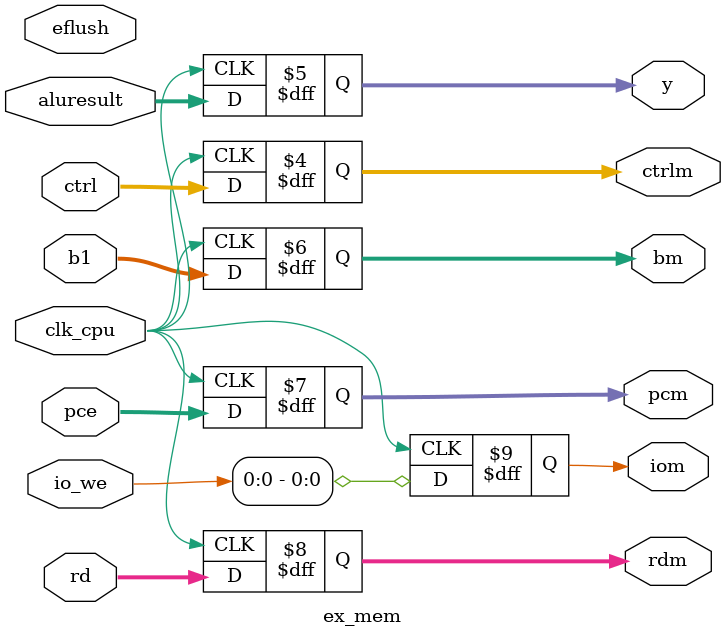
<source format=v>
`timescale 1ns / 1ps

module ex_mem(  
input clk_cpu,eflush,
input[31:0]     ctrl,aluresult,b1,pce,
input[4:0]      rd,io_we,
output  reg[31:0]    ctrlm,y,bm,pcm,
output  reg[4:0] rdm,
output  reg iom
    );
initial begin rdm<=31;end
initial begin rdm<=31;  bm<=0;end
always@(posedge clk_cpu)    begin
   ctrlm<=ctrl;    y<=aluresult;   bm<=b1;  pcm<=pce; rdm<=rd;  iom<=io_we;  end   
endmodule

</source>
